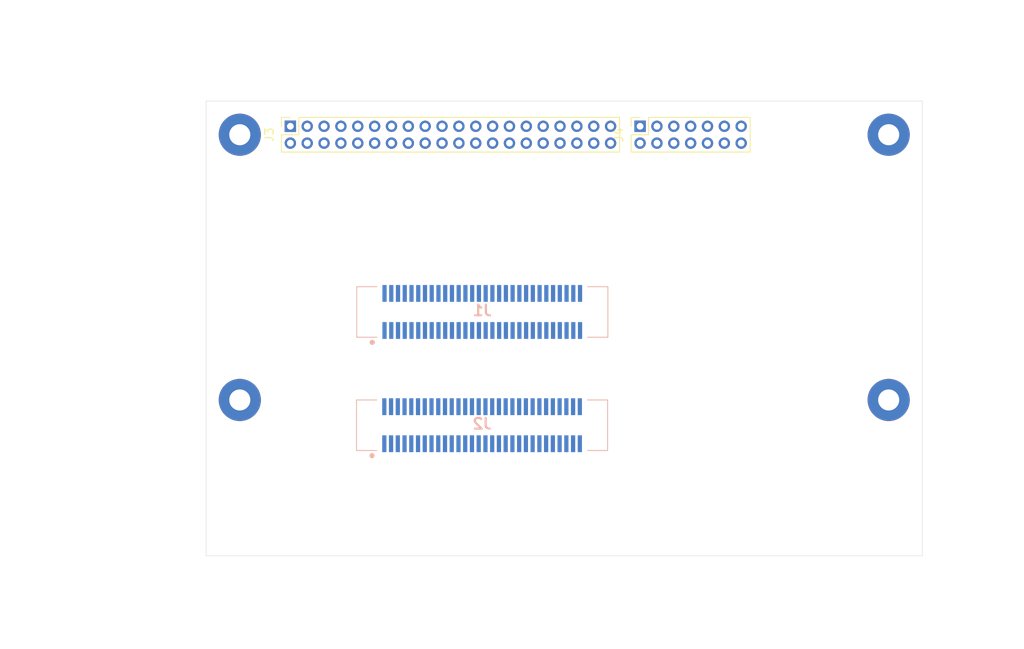
<source format=kicad_pcb>
(kicad_pcb (version 20171130) (host pcbnew 5.1.5+dfsg1-2build2)

  (general
    (thickness 1.6)
    (drawings 29)
    (tracks 0)
    (zones 0)
    (modules 8)
    (nets 140)
  )

  (page A4)
  (layers
    (0 F.Cu signal)
    (31 B.Cu signal)
    (32 B.Adhes user)
    (33 F.Adhes user)
    (34 B.Paste user)
    (35 F.Paste user)
    (36 B.SilkS user)
    (37 F.SilkS user)
    (38 B.Mask user)
    (39 F.Mask user)
    (40 Dwgs.User user)
    (41 Cmts.User user)
    (42 Eco1.User user)
    (43 Eco2.User user)
    (44 Edge.Cuts user)
    (45 Margin user)
    (46 B.CrtYd user)
    (47 F.CrtYd user)
    (48 B.Fab user)
    (49 F.Fab user)
  )

  (setup
    (last_trace_width 0.25)
    (trace_clearance 0.2)
    (zone_clearance 0.508)
    (zone_45_only no)
    (trace_min 0.2)
    (via_size 0.8)
    (via_drill 0.4)
    (via_min_size 0.4)
    (via_min_drill 0.3)
    (uvia_size 0.3)
    (uvia_drill 0.1)
    (uvias_allowed no)
    (uvia_min_size 0.2)
    (uvia_min_drill 0.1)
    (edge_width 0.05)
    (segment_width 0.2)
    (pcb_text_width 0.3)
    (pcb_text_size 1.5 1.5)
    (mod_edge_width 0.12)
    (mod_text_size 1 1)
    (mod_text_width 0.15)
    (pad_size 1.524 1.524)
    (pad_drill 0.762)
    (pad_to_mask_clearance 0.051)
    (solder_mask_min_width 0.25)
    (aux_axis_origin 0 0)
    (visible_elements FFFFFF7F)
    (pcbplotparams
      (layerselection 0x010fc_ffffffff)
      (usegerberextensions false)
      (usegerberattributes false)
      (usegerberadvancedattributes false)
      (creategerberjobfile false)
      (excludeedgelayer true)
      (linewidth 0.100000)
      (plotframeref false)
      (viasonmask false)
      (mode 1)
      (useauxorigin false)
      (hpglpennumber 1)
      (hpglpenspeed 20)
      (hpglpendiameter 15.000000)
      (psnegative false)
      (psa4output false)
      (plotreference true)
      (plotvalue true)
      (plotinvisibletext false)
      (padsonsilk false)
      (subtractmaskfromsilk false)
      (outputformat 1)
      (mirror false)
      (drillshape 1)
      (scaleselection 1)
      (outputdirectory ""))
  )

  (net 0 "")
  (net 1 "Net-(H1-Pad1)")
  (net 2 "Net-(H2-Pad1)")
  (net 3 "Net-(H3-Pad1)")
  (net 4 "Net-(H4-Pad1)")
  (net 5 GND)
  (net 6 /SYS_DCIN)
  (net 7 +5V)
  (net 8 +1V8)
  (net 9 /GPIO-L)
  (net 10 /GPIO-K)
  (net 11 /GPIO-J)
  (net 12 /GPIO-I)
  (net 13 /GPIO-H)
  (net 14 /GPIO-G)
  (net 15 /GPIO-F)
  (net 16 /GPIO-E)
  (net 17 /GPIO-D)
  (net 18 /GPIO-C)
  (net 19 /GPIO-B)
  (net 20 /GPIO-A)
  (net 21 /PCM_DI)
  (net 22 /I2C1_SDA)
  (net 23 /PCM_DO)
  (net 24 /I2C1_SCL)
  (net 25 /PCM_CLK)
  (net 26 /I2C0_SDA)
  (net 27 /PCM_FS)
  (net 28 /I2C0_SCL)
  (net 29 /SPI0_DOUT)
  (net 30 /UART1_RXD)
  (net 31 /SPI0_CS)
  (net 32 /UART1_TXD)
  (net 33 /SPI0_DIN)
  (net 34 /UART0_RTS)
  (net 35 /SPI0_SCLK)
  (net 36 /UART0_RXD)
  (net 37 /RST_BTN_N)
  (net 38 /UART0_TXD)
  (net 39 /PWR_BTN_N)
  (net 40 /UART0_CTS)
  (net 41 /SYS_DCIN2)
  (net 42 /MIC_BIAS)
  (net 43 /MIC2_IN)
  (net 44 /MIC1_IN)
  (net 45 /HP_DET)
  (net 46 /HP_L)
  (net 47 /SPK_N)
  (net 48 /HP_P)
  (net 49 /SPK_P)
  (net 50 /HSIC_DATA)
  (net 51 /HSIC_STR)
  (net 52 /CSI1_C-)
  (net 53 /USB_D-)
  (net 54 /CSI1_C+)
  (net 55 /USB_D+)
  (net 56 /CSI1_D1-)
  (net 57 /DSI_D3-)
  (net 58 /CSI1_D1+)
  (net 59 /DSI_D3+)
  (net 60 /CSI1_D0-)
  (net 61 /DSI_D2-)
  (net 62 /CSI1_D0+)
  (net 63 /DSI_D2+)
  (net 64 /I2C3_SDA)
  (net 65 /DSI_D1-)
  (net 66 /I2C3_SCL)
  (net 67 /DSI_D1+)
  (net 68 /I2C2_SDA)
  (net 69 /I2C2_SCL)
  (net 70 /DSI_D0-)
  (net 71 /DSI_D0+)
  (net 72 /CSI0_D3-)
  (net 73 /CSI0_D3+)
  (net 74 /DSI_CLK-)
  (net 75 /DSI_CLK+)
  (net 76 /CSI0_D2-)
  (net 77 /CSI0_D2+)
  (net 78 "/CLK1_(CSI1_MCLK)")
  (net 79 "/CLK0_(CSI0_MCLK)")
  (net 80 /CSI0_D1-)
  (net 81 /CSI0_D1+)
  (net 82 "/SD_CMD_(SPI1_DIN)")
  (net 83 "/SD_SCLK_(SPI1_SCLK)")
  (net 84 /CSI0_D0-)
  (net 85 "/SD_DAT3_(SPI1_CS)")
  (net 86 /CSI0_D0+)
  (net 87 /SD_DAT2)
  (net 88 /SD_DAT1)
  (net 89 /CSI0_C-)
  (net 90 "/SD_DAT0_(SPI1_DOUT)")
  (net 91 /CSI0_C+)
  (net 92 /CSI2_D3-)
  (net 93 /USB0_SS_RX0_)
  (net 94 /CSI2_D3+)
  (net 95 /USB0_SS_RX0+)
  (net 96 /CSI2_D2-)
  (net 97 /USB0_SS_TX0_)
  (net 98 /CSI2_D2+)
  (net 99 /USB0_SS_TX0+)
  (net 100 /PCIE_WAKE_N)
  (net 101 /CSI2_D1-)
  (net 102 /PCIE_CLK_REQ)
  (net 103 /CSI2_D1+)
  (net 104 "/GPIO_Y(CSI3_RST)_(DSI_VSYNC)_(LVDS_BKLT_PWM)_(EDP_BKLT_PWM)")
  (net 105 "/GPIO_X(CSI3_PWDN)_(DSI2_BLCTL)_(LVDS_BKLT)_(EDP_BKLT)")
  (net 106 /CSI2_D0-)
  (net 107 "/GPIO_W(CSI2_PWDN)")
  (net 108 /CSI2_D0+)
  (net 109 "/GPIO_V(CSI2_RST)")
  (net 110 "/(SPI2_MISO)_(I2C5_SDA)")
  (net 111 /CSI2_C-)
  (net 112 "/(SPI2_MOSI)_(I2C5_SCL)")
  (net 113 /CSI2_C+)
  (net 114 "/(SPI2_CS)_(I2C4_SDA)_(TP_RST)")
  (net 115 "/(SPI2_CLK)_(I2C4_SCL(sensor))_(TP_INT)")
  (net 116 "/CLK3_(CSI3_MCLK)")
  (net 117 "/CLK2_(CSI2_MCLK)")
  (net 118 "/(CSI3_D3-)_(DSI2_D3-)_(LVDS_D3_N)_(EDP_TX3_N)")
  (net 119 "/(CSI3_D3+)_(DSI2_D3+)_(LVDS_D3_P)_(EDP_TX3_P)")
  (net 120 /PCIE0_TX1-)
  (net 121 /PCIE0_TX1+)
  (net 122 "/(CSI3_D2-)_(DSI2_D2-)_(LVDS_D2_N)_(EDP_TX2_N)")
  (net 123 /PCIE0_RX1-)
  (net 124 "/(CSI3_D2+)_(DSI2_D2+)_(LVDS_D2_P)_(EDP_TX2_P)")
  (net 125 /PCIE0_RX1+)
  (net 126 "/(CSI3_D1-)_(DSI2_D1-)_(LVDS_D1_N)_(EDP_TX1_N)")
  (net 127 /PCIE0_TX0-)
  (net 128 "/(CSI3_D1+)_(DSI2_D1+)_(LVDS_D1_P)_(EDP_TX1_P)")
  (net 129 /PCIE0_TX0+)
  (net 130 /PCIE0_RX0-)
  (net 131 "/(CSI3_D0-)_(DSI2_D0-)_(LVDS_D0_N)_(EDP_TX0_N)")
  (net 132 /PCIE0_RX0_+)
  (net 133 "/(CSI3_D0+)_(DSI2_D0+)_(LVDS_D0_P)_(EDP_TX0_P)")
  (net 134 /PCIE0_REFCLK-)
  (net 135 /PCIE0_REFCLK+)
  (net 136 "/(CSI3_C-)_(DSI2_C-)_(LVDS_CLK_N)_(EDP_AUX_N)")
  (net 137 /PCIE_RST_N)
  (net 138 "/(CSI3_C+)_(DSI2_C+)_(LVDS_CLK_P)_(EDP_AUX_P)")
  (net 139 "Net-(J2-Pad60)")

  (net_class Default "Dies ist die voreingestellte Netzklasse."
    (clearance 0.2)
    (trace_width 0.25)
    (via_dia 0.8)
    (via_drill 0.4)
    (uvia_dia 0.3)
    (uvia_drill 0.1)
    (add_net +1V8)
    (add_net +5V)
    (add_net "/(CSI3_C+)_(DSI2_C+)_(LVDS_CLK_P)_(EDP_AUX_P)")
    (add_net "/(CSI3_C-)_(DSI2_C-)_(LVDS_CLK_N)_(EDP_AUX_N)")
    (add_net "/(CSI3_D0+)_(DSI2_D0+)_(LVDS_D0_P)_(EDP_TX0_P)")
    (add_net "/(CSI3_D0-)_(DSI2_D0-)_(LVDS_D0_N)_(EDP_TX0_N)")
    (add_net "/(CSI3_D1+)_(DSI2_D1+)_(LVDS_D1_P)_(EDP_TX1_P)")
    (add_net "/(CSI3_D1-)_(DSI2_D1-)_(LVDS_D1_N)_(EDP_TX1_N)")
    (add_net "/(CSI3_D2+)_(DSI2_D2+)_(LVDS_D2_P)_(EDP_TX2_P)")
    (add_net "/(CSI3_D2-)_(DSI2_D2-)_(LVDS_D2_N)_(EDP_TX2_N)")
    (add_net "/(CSI3_D3+)_(DSI2_D3+)_(LVDS_D3_P)_(EDP_TX3_P)")
    (add_net "/(CSI3_D3-)_(DSI2_D3-)_(LVDS_D3_N)_(EDP_TX3_N)")
    (add_net "/(SPI2_CLK)_(I2C4_SCL(sensor))_(TP_INT)")
    (add_net "/(SPI2_CS)_(I2C4_SDA)_(TP_RST)")
    (add_net "/(SPI2_MISO)_(I2C5_SDA)")
    (add_net "/(SPI2_MOSI)_(I2C5_SCL)")
    (add_net "/CLK0_(CSI0_MCLK)")
    (add_net "/CLK1_(CSI1_MCLK)")
    (add_net "/CLK2_(CSI2_MCLK)")
    (add_net "/CLK3_(CSI3_MCLK)")
    (add_net /CSI0_C+)
    (add_net /CSI0_C-)
    (add_net /CSI0_D0+)
    (add_net /CSI0_D0-)
    (add_net /CSI0_D1+)
    (add_net /CSI0_D1-)
    (add_net /CSI0_D2+)
    (add_net /CSI0_D2-)
    (add_net /CSI0_D3+)
    (add_net /CSI0_D3-)
    (add_net /CSI1_C+)
    (add_net /CSI1_C-)
    (add_net /CSI1_D0+)
    (add_net /CSI1_D0-)
    (add_net /CSI1_D1+)
    (add_net /CSI1_D1-)
    (add_net /CSI2_C+)
    (add_net /CSI2_C-)
    (add_net /CSI2_D0+)
    (add_net /CSI2_D0-)
    (add_net /CSI2_D1+)
    (add_net /CSI2_D1-)
    (add_net /CSI2_D2+)
    (add_net /CSI2_D2-)
    (add_net /CSI2_D3+)
    (add_net /CSI2_D3-)
    (add_net /DSI_CLK+)
    (add_net /DSI_CLK-)
    (add_net /DSI_D0+)
    (add_net /DSI_D0-)
    (add_net /DSI_D1+)
    (add_net /DSI_D1-)
    (add_net /DSI_D2+)
    (add_net /DSI_D2-)
    (add_net /DSI_D3+)
    (add_net /DSI_D3-)
    (add_net /GPIO-A)
    (add_net /GPIO-B)
    (add_net /GPIO-C)
    (add_net /GPIO-D)
    (add_net /GPIO-E)
    (add_net /GPIO-F)
    (add_net /GPIO-G)
    (add_net /GPIO-H)
    (add_net /GPIO-I)
    (add_net /GPIO-J)
    (add_net /GPIO-K)
    (add_net /GPIO-L)
    (add_net "/GPIO_V(CSI2_RST)")
    (add_net "/GPIO_W(CSI2_PWDN)")
    (add_net "/GPIO_X(CSI3_PWDN)_(DSI2_BLCTL)_(LVDS_BKLT)_(EDP_BKLT)")
    (add_net "/GPIO_Y(CSI3_RST)_(DSI_VSYNC)_(LVDS_BKLT_PWM)_(EDP_BKLT_PWM)")
    (add_net /HP_DET)
    (add_net /HP_L)
    (add_net /HP_P)
    (add_net /HSIC_DATA)
    (add_net /HSIC_STR)
    (add_net /I2C0_SCL)
    (add_net /I2C0_SDA)
    (add_net /I2C1_SCL)
    (add_net /I2C1_SDA)
    (add_net /I2C2_SCL)
    (add_net /I2C2_SDA)
    (add_net /I2C3_SCL)
    (add_net /I2C3_SDA)
    (add_net /MIC1_IN)
    (add_net /MIC2_IN)
    (add_net /MIC_BIAS)
    (add_net /PCIE0_REFCLK+)
    (add_net /PCIE0_REFCLK-)
    (add_net /PCIE0_RX0-)
    (add_net /PCIE0_RX0_+)
    (add_net /PCIE0_RX1+)
    (add_net /PCIE0_RX1-)
    (add_net /PCIE0_TX0+)
    (add_net /PCIE0_TX0-)
    (add_net /PCIE0_TX1+)
    (add_net /PCIE0_TX1-)
    (add_net /PCIE_CLK_REQ)
    (add_net /PCIE_RST_N)
    (add_net /PCIE_WAKE_N)
    (add_net /PCM_CLK)
    (add_net /PCM_DI)
    (add_net /PCM_DO)
    (add_net /PCM_FS)
    (add_net /PWR_BTN_N)
    (add_net /RST_BTN_N)
    (add_net "/SD_CMD_(SPI1_DIN)")
    (add_net "/SD_DAT0_(SPI1_DOUT)")
    (add_net /SD_DAT1)
    (add_net /SD_DAT2)
    (add_net "/SD_DAT3_(SPI1_CS)")
    (add_net "/SD_SCLK_(SPI1_SCLK)")
    (add_net /SPI0_CS)
    (add_net /SPI0_DIN)
    (add_net /SPI0_DOUT)
    (add_net /SPI0_SCLK)
    (add_net /SPK_N)
    (add_net /SPK_P)
    (add_net /SYS_DCIN)
    (add_net /SYS_DCIN2)
    (add_net /UART0_CTS)
    (add_net /UART0_RTS)
    (add_net /UART0_RXD)
    (add_net /UART0_TXD)
    (add_net /UART1_RXD)
    (add_net /UART1_TXD)
    (add_net /USB0_SS_RX0+)
    (add_net /USB0_SS_RX0_)
    (add_net /USB0_SS_TX0+)
    (add_net /USB0_SS_TX0_)
    (add_net /USB_D+)
    (add_net /USB_D-)
    (add_net GND)
    (add_net "Net-(H1-Pad1)")
    (add_net "Net-(H2-Pad1)")
    (add_net "Net-(H3-Pad1)")
    (add_net "Net-(H4-Pad1)")
    (add_net "Net-(J2-Pad60)")
  )

  (module 96boards-mezzanine:51790302 locked (layer B.Cu) (tedit 606EED29) (tstamp 606F9451)
    (at 102.75 114.5)
    (descr 5179030-2-1)
    (tags Connector)
    (path /606EF3B5)
    (fp_text reference J2 (at 0 -0.175) (layer B.SilkS)
      (effects (font (size 1.27 1.27) (thickness 0.254)) (justify mirror))
    )
    (fp_text value Conn_02x30_Odd_Even (at 0 -0.175) (layer B.SilkS) hide
      (effects (font (size 1.27 1.27) (thickness 0.254)) (justify mirror))
    )
    (fp_arc (start -13.058 3.612) (end -13.108 3.612) (angle 180) (layer B.SilkS) (width 0.5))
    (fp_arc (start -13.058 3.612) (end -13.008 3.612) (angle 180) (layer B.SilkS) (width 0.5))
    (fp_line (start -13.108 3.612) (end -13.108 3.612) (layer B.SilkS) (width 0.5))
    (fp_line (start -13.008 3.612) (end -13.008 3.612) (layer B.SilkS) (width 0.5))
    (fp_line (start 14.9 -3) (end 12.5 -3) (layer B.SilkS) (width 0.1))
    (fp_line (start 14.9 3) (end 14.9 -3) (layer B.SilkS) (width 0.1))
    (fp_line (start 12.5 3) (end 14.9 3) (layer B.SilkS) (width 0.1))
    (fp_line (start -14.9 -3) (end -12.5 -3) (layer B.SilkS) (width 0.1))
    (fp_line (start -14.9 3) (end -14.9 -3) (layer B.SilkS) (width 0.1))
    (fp_line (start -12.5 3) (end -14.9 3) (layer B.SilkS) (width 0.1))
    (fp_line (start -15.9 -4.55) (end -15.9 4.2) (layer B.CrtYd) (width 0.1))
    (fp_line (start 15.9 -4.55) (end -15.9 -4.55) (layer B.CrtYd) (width 0.1))
    (fp_line (start 15.9 4.2) (end 15.9 -4.55) (layer B.CrtYd) (width 0.1))
    (fp_line (start -15.9 4.2) (end 15.9 4.2) (layer B.CrtYd) (width 0.1))
    (fp_line (start -14.9 -3) (end -14.9 3) (layer B.Fab) (width 0.2))
    (fp_line (start 14.9 -3) (end -14.9 -3) (layer B.Fab) (width 0.2))
    (fp_line (start 14.9 3) (end 14.9 -3) (layer B.Fab) (width 0.2))
    (fp_line (start -14.9 3) (end 14.9 3) (layer B.Fab) (width 0.2))
    (fp_text user %R (at 0 -0.175) (layer B.Fab)
      (effects (font (size 1.27 1.27) (thickness 0.254)) (justify mirror))
    )
    (pad MH2 np_thru_hole circle (at 14.1 0) (size 1.23 0) (drill 1.23) (layers *.Cu *.Mask))
    (pad MH1 np_thru_hole circle (at -14.1 0) (size 0.83 0) (drill 0.83) (layers *.Cu *.Mask))
    (pad 59 smd rect (at 11.6 2.2) (size 0.5 2) (layers B.Cu B.Paste B.Mask)
      (net 50 /HSIC_DATA))
    (pad 60 smd rect (at 11.6 -2.2) (size 0.5 2) (layers B.Cu B.Paste B.Mask)
      (net 139 "Net-(J2-Pad60)"))
    (pad 57 smd rect (at 10.8 2.2) (size 0.5 2) (layers B.Cu B.Paste B.Mask)
      (net 51 /HSIC_STR))
    (pad 58 smd rect (at 10.8 -2.2) (size 0.5 2) (layers B.Cu B.Paste B.Mask)
      (net 5 GND))
    (pad 55 smd rect (at 10 2.2) (size 0.5 2) (layers B.Cu B.Paste B.Mask)
      (net 5 GND))
    (pad 56 smd rect (at 10 -2.2) (size 0.5 2) (layers B.Cu B.Paste B.Mask)
      (net 52 /CSI1_C-))
    (pad 53 smd rect (at 9.2 2.2) (size 0.5 2) (layers B.Cu B.Paste B.Mask)
      (net 53 /USB_D-))
    (pad 54 smd rect (at 9.2 -2.2) (size 0.5 2) (layers B.Cu B.Paste B.Mask)
      (net 54 /CSI1_C+))
    (pad 51 smd rect (at 8.4 2.2) (size 0.5 2) (layers B.Cu B.Paste B.Mask)
      (net 55 /USB_D+))
    (pad 52 smd rect (at 8.4 -2.2) (size 0.5 2) (layers B.Cu B.Paste B.Mask)
      (net 5 GND))
    (pad 49 smd rect (at 7.6 2.2) (size 0.5 2) (layers B.Cu B.Paste B.Mask)
      (net 5 GND))
    (pad 50 smd rect (at 7.6 -2.2) (size 0.5 2) (layers B.Cu B.Paste B.Mask)
      (net 56 /CSI1_D1-))
    (pad 47 smd rect (at 6.8 2.2) (size 0.5 2) (layers B.Cu B.Paste B.Mask)
      (net 57 /DSI_D3-))
    (pad 48 smd rect (at 6.8 -2.2) (size 0.5 2) (layers B.Cu B.Paste B.Mask)
      (net 58 /CSI1_D1+))
    (pad 45 smd rect (at 6 2.2) (size 0.5 2) (layers B.Cu B.Paste B.Mask)
      (net 59 /DSI_D3+))
    (pad 46 smd rect (at 6 -2.2) (size 0.5 2) (layers B.Cu B.Paste B.Mask)
      (net 5 GND))
    (pad 43 smd rect (at 5.2 2.2) (size 0.5 2) (layers B.Cu B.Paste B.Mask)
      (net 5 GND))
    (pad 44 smd rect (at 5.2 -2.2) (size 0.5 2) (layers B.Cu B.Paste B.Mask)
      (net 60 /CSI1_D0-))
    (pad 41 smd rect (at 4.4 2.2) (size 0.5 2) (layers B.Cu B.Paste B.Mask)
      (net 61 /DSI_D2-))
    (pad 42 smd rect (at 4.4 -2.2) (size 0.5 2) (layers B.Cu B.Paste B.Mask)
      (net 62 /CSI1_D0+))
    (pad 39 smd rect (at 3.6 2.2) (size 0.5 2) (layers B.Cu B.Paste B.Mask)
      (net 63 /DSI_D2+))
    (pad 40 smd rect (at 3.6 -2.2) (size 0.5 2) (layers B.Cu B.Paste B.Mask)
      (net 5 GND))
    (pad 37 smd rect (at 2.8 2.2) (size 0.5 2) (layers B.Cu B.Paste B.Mask)
      (net 5 GND))
    (pad 38 smd rect (at 2.8 -2.2) (size 0.5 2) (layers B.Cu B.Paste B.Mask)
      (net 64 /I2C3_SDA))
    (pad 35 smd rect (at 2 2.2) (size 0.5 2) (layers B.Cu B.Paste B.Mask)
      (net 65 /DSI_D1-))
    (pad 36 smd rect (at 2 -2.2) (size 0.5 2) (layers B.Cu B.Paste B.Mask)
      (net 66 /I2C3_SCL))
    (pad 33 smd rect (at 1.2 2.2) (size 0.5 2) (layers B.Cu B.Paste B.Mask)
      (net 67 /DSI_D1+))
    (pad 34 smd rect (at 1.2 -2.2) (size 0.5 2) (layers B.Cu B.Paste B.Mask)
      (net 68 /I2C2_SDA))
    (pad 31 smd rect (at 0.4 2.2) (size 0.5 2) (layers B.Cu B.Paste B.Mask)
      (net 5 GND))
    (pad 32 smd rect (at 0.4 -2.2) (size 0.5 2) (layers B.Cu B.Paste B.Mask)
      (net 69 /I2C2_SCL))
    (pad 29 smd rect (at -0.4 2.2) (size 0.5 2) (layers B.Cu B.Paste B.Mask)
      (net 70 /DSI_D0-))
    (pad 30 smd rect (at -0.4 -2.2) (size 0.5 2) (layers B.Cu B.Paste B.Mask)
      (net 5 GND))
    (pad 27 smd rect (at -1.2 2.2) (size 0.5 2) (layers B.Cu B.Paste B.Mask)
      (net 71 /DSI_D0+))
    (pad 28 smd rect (at -1.2 -2.2) (size 0.5 2) (layers B.Cu B.Paste B.Mask)
      (net 72 /CSI0_D3-))
    (pad 25 smd rect (at -2 2.2) (size 0.5 2) (layers B.Cu B.Paste B.Mask)
      (net 5 GND))
    (pad 26 smd rect (at -2 -2.2) (size 0.5 2) (layers B.Cu B.Paste B.Mask)
      (net 73 /CSI0_D3+))
    (pad 23 smd rect (at -2.8 2.2) (size 0.5 2) (layers B.Cu B.Paste B.Mask)
      (net 74 /DSI_CLK-))
    (pad 24 smd rect (at -2.8 -2.2) (size 0.5 2) (layers B.Cu B.Paste B.Mask)
      (net 5 GND))
    (pad 21 smd rect (at -3.6 2.2) (size 0.5 2) (layers B.Cu B.Paste B.Mask)
      (net 75 /DSI_CLK+))
    (pad 22 smd rect (at -3.6 -2.2) (size 0.5 2) (layers B.Cu B.Paste B.Mask)
      (net 76 /CSI0_D2-))
    (pad 19 smd rect (at -4.4 2.2) (size 0.5 2) (layers B.Cu B.Paste B.Mask)
      (net 5 GND))
    (pad 20 smd rect (at -4.4 -2.2) (size 0.5 2) (layers B.Cu B.Paste B.Mask)
      (net 77 /CSI0_D2+))
    (pad 17 smd rect (at -5.2 2.2) (size 0.5 2) (layers B.Cu B.Paste B.Mask)
      (net 78 "/CLK1_(CSI1_MCLK)"))
    (pad 18 smd rect (at -5.2 -2.2) (size 0.5 2) (layers B.Cu B.Paste B.Mask)
      (net 5 GND))
    (pad 15 smd rect (at -6 2.2) (size 0.5 2) (layers B.Cu B.Paste B.Mask)
      (net 79 "/CLK0_(CSI0_MCLK)"))
    (pad 16 smd rect (at -6 -2.2) (size 0.5 2) (layers B.Cu B.Paste B.Mask)
      (net 80 /CSI0_D1-))
    (pad 13 smd rect (at -6.8 2.2) (size 0.5 2) (layers B.Cu B.Paste B.Mask)
      (net 5 GND))
    (pad 14 smd rect (at -6.8 -2.2) (size 0.5 2) (layers B.Cu B.Paste B.Mask)
      (net 81 /CSI0_D1+))
    (pad 11 smd rect (at -7.6 2.2) (size 0.5 2) (layers B.Cu B.Paste B.Mask)
      (net 82 "/SD_CMD_(SPI1_DIN)"))
    (pad 12 smd rect (at -7.6 -2.2) (size 0.5 2) (layers B.Cu B.Paste B.Mask)
      (net 5 GND))
    (pad 9 smd rect (at -8.4 2.2) (size 0.5 2) (layers B.Cu B.Paste B.Mask)
      (net 83 "/SD_SCLK_(SPI1_SCLK)"))
    (pad 10 smd rect (at -8.4 -2.2) (size 0.5 2) (layers B.Cu B.Paste B.Mask)
      (net 84 /CSI0_D0-))
    (pad 7 smd rect (at -9.2 2.2) (size 0.5 2) (layers B.Cu B.Paste B.Mask)
      (net 85 "/SD_DAT3_(SPI1_CS)"))
    (pad 8 smd rect (at -9.2 -2.2) (size 0.5 2) (layers B.Cu B.Paste B.Mask)
      (net 86 /CSI0_D0+))
    (pad 5 smd rect (at -10 2.2) (size 0.5 2) (layers B.Cu B.Paste B.Mask)
      (net 87 /SD_DAT2))
    (pad 6 smd rect (at -10 -2.2) (size 0.5 2) (layers B.Cu B.Paste B.Mask)
      (net 5 GND))
    (pad 3 smd rect (at -10.8 2.2) (size 0.5 2) (layers B.Cu B.Paste B.Mask)
      (net 88 /SD_DAT1))
    (pad 4 smd rect (at -10.8 -2.2) (size 0.5 2) (layers B.Cu B.Paste B.Mask)
      (net 89 /CSI0_C-))
    (pad 1 smd rect (at -11.6 2.2) (size 0.5 2) (layers B.Cu B.Paste B.Mask)
      (net 90 "/SD_DAT0_(SPI1_DOUT)"))
    (pad 2 smd rect (at -11.6 -2.2) (size 0.5 2) (layers B.Cu B.Paste B.Mask)
      (net 91 /CSI0_C+))
    (model ${KIPRJMOD}/96boards-mezzanine.pretty/5179030-2.stp
      (offset (xyz 0 0 6))
      (scale (xyz 1 1 1))
      (rotate (xyz 0 0 0))
    )
  )

  (module 96boards-mezzanine:51790302 locked (layer B.Cu) (tedit 606EED29) (tstamp 606F93FC)
    (at 102.775 101.05)
    (descr 5179030-2-1)
    (tags Connector)
    (path /606F30E2)
    (fp_text reference J1 (at 0 -0.175) (layer B.SilkS)
      (effects (font (size 1.27 1.27) (thickness 0.254)) (justify mirror))
    )
    (fp_text value Conn_02x30_Odd_Even (at 0 -0.175) (layer B.SilkS) hide
      (effects (font (size 1.27 1.27) (thickness 0.254)) (justify mirror))
    )
    (fp_arc (start -13.058 3.612) (end -13.108 3.612) (angle 180) (layer B.SilkS) (width 0.5))
    (fp_arc (start -13.058 3.612) (end -13.008 3.612) (angle 180) (layer B.SilkS) (width 0.5))
    (fp_line (start -13.108 3.612) (end -13.108 3.612) (layer B.SilkS) (width 0.5))
    (fp_line (start -13.008 3.612) (end -13.008 3.612) (layer B.SilkS) (width 0.5))
    (fp_line (start 14.9 -3) (end 12.5 -3) (layer B.SilkS) (width 0.1))
    (fp_line (start 14.9 3) (end 14.9 -3) (layer B.SilkS) (width 0.1))
    (fp_line (start 12.5 3) (end 14.9 3) (layer B.SilkS) (width 0.1))
    (fp_line (start -14.9 -3) (end -12.5 -3) (layer B.SilkS) (width 0.1))
    (fp_line (start -14.9 3) (end -14.9 -3) (layer B.SilkS) (width 0.1))
    (fp_line (start -12.5 3) (end -14.9 3) (layer B.SilkS) (width 0.1))
    (fp_line (start -15.9 -4.55) (end -15.9 4.2) (layer B.CrtYd) (width 0.1))
    (fp_line (start 15.9 -4.55) (end -15.9 -4.55) (layer B.CrtYd) (width 0.1))
    (fp_line (start 15.9 4.2) (end 15.9 -4.55) (layer B.CrtYd) (width 0.1))
    (fp_line (start -15.9 4.2) (end 15.9 4.2) (layer B.CrtYd) (width 0.1))
    (fp_line (start -14.9 -3) (end -14.9 3) (layer B.Fab) (width 0.2))
    (fp_line (start 14.9 -3) (end -14.9 -3) (layer B.Fab) (width 0.2))
    (fp_line (start 14.9 3) (end 14.9 -3) (layer B.Fab) (width 0.2))
    (fp_line (start -14.9 3) (end 14.9 3) (layer B.Fab) (width 0.2))
    (fp_text user %R (at 0 -0.175) (layer B.Fab)
      (effects (font (size 1.27 1.27) (thickness 0.254)) (justify mirror))
    )
    (pad MH2 np_thru_hole circle (at 14.1 0) (size 1.23 0) (drill 1.23) (layers *.Cu *.Mask))
    (pad MH1 np_thru_hole circle (at -14.1 0) (size 0.83 0) (drill 0.83) (layers *.Cu *.Mask))
    (pad 59 smd rect (at 11.6 2.2) (size 0.5 2) (layers B.Cu B.Paste B.Mask)
      (net 92 /CSI2_D3-))
    (pad 60 smd rect (at 11.6 -2.2) (size 0.5 2) (layers B.Cu B.Paste B.Mask)
      (net 93 /USB0_SS_RX0_))
    (pad 57 smd rect (at 10.8 2.2) (size 0.5 2) (layers B.Cu B.Paste B.Mask)
      (net 94 /CSI2_D3+))
    (pad 58 smd rect (at 10.8 -2.2) (size 0.5 2) (layers B.Cu B.Paste B.Mask)
      (net 95 /USB0_SS_RX0+))
    (pad 55 smd rect (at 10 2.2) (size 0.5 2) (layers B.Cu B.Paste B.Mask)
      (net 5 GND))
    (pad 56 smd rect (at 10 -2.2) (size 0.5 2) (layers B.Cu B.Paste B.Mask)
      (net 5 GND))
    (pad 53 smd rect (at 9.2 2.2) (size 0.5 2) (layers B.Cu B.Paste B.Mask)
      (net 96 /CSI2_D2-))
    (pad 54 smd rect (at 9.2 -2.2) (size 0.5 2) (layers B.Cu B.Paste B.Mask)
      (net 97 /USB0_SS_TX0_))
    (pad 51 smd rect (at 8.4 2.2) (size 0.5 2) (layers B.Cu B.Paste B.Mask)
      (net 98 /CSI2_D2+))
    (pad 52 smd rect (at 8.4 -2.2) (size 0.5 2) (layers B.Cu B.Paste B.Mask)
      (net 99 /USB0_SS_TX0+))
    (pad 49 smd rect (at 7.6 2.2) (size 0.5 2) (layers B.Cu B.Paste B.Mask)
      (net 5 GND))
    (pad 50 smd rect (at 7.6 -2.2) (size 0.5 2) (layers B.Cu B.Paste B.Mask)
      (net 100 /PCIE_WAKE_N))
    (pad 47 smd rect (at 6.8 2.2) (size 0.5 2) (layers B.Cu B.Paste B.Mask)
      (net 101 /CSI2_D1-))
    (pad 48 smd rect (at 6.8 -2.2) (size 0.5 2) (layers B.Cu B.Paste B.Mask)
      (net 102 /PCIE_CLK_REQ))
    (pad 45 smd rect (at 6 2.2) (size 0.5 2) (layers B.Cu B.Paste B.Mask)
      (net 103 /CSI2_D1+))
    (pad 46 smd rect (at 6 -2.2) (size 0.5 2) (layers B.Cu B.Paste B.Mask)
      (net 104 "/GPIO_Y(CSI3_RST)_(DSI_VSYNC)_(LVDS_BKLT_PWM)_(EDP_BKLT_PWM)"))
    (pad 43 smd rect (at 5.2 2.2) (size 0.5 2) (layers B.Cu B.Paste B.Mask)
      (net 5 GND))
    (pad 44 smd rect (at 5.2 -2.2) (size 0.5 2) (layers B.Cu B.Paste B.Mask)
      (net 105 "/GPIO_X(CSI3_PWDN)_(DSI2_BLCTL)_(LVDS_BKLT)_(EDP_BKLT)"))
    (pad 41 smd rect (at 4.4 2.2) (size 0.5 2) (layers B.Cu B.Paste B.Mask)
      (net 106 /CSI2_D0-))
    (pad 42 smd rect (at 4.4 -2.2) (size 0.5 2) (layers B.Cu B.Paste B.Mask)
      (net 107 "/GPIO_W(CSI2_PWDN)"))
    (pad 39 smd rect (at 3.6 2.2) (size 0.5 2) (layers B.Cu B.Paste B.Mask)
      (net 108 /CSI2_D0+))
    (pad 40 smd rect (at 3.6 -2.2) (size 0.5 2) (layers B.Cu B.Paste B.Mask)
      (net 109 "/GPIO_V(CSI2_RST)"))
    (pad 37 smd rect (at 2.8 2.2) (size 0.5 2) (layers B.Cu B.Paste B.Mask)
      (net 5 GND))
    (pad 38 smd rect (at 2.8 -2.2) (size 0.5 2) (layers B.Cu B.Paste B.Mask)
      (net 110 "/(SPI2_MISO)_(I2C5_SDA)"))
    (pad 35 smd rect (at 2 2.2) (size 0.5 2) (layers B.Cu B.Paste B.Mask)
      (net 111 /CSI2_C-))
    (pad 36 smd rect (at 2 -2.2) (size 0.5 2) (layers B.Cu B.Paste B.Mask)
      (net 112 "/(SPI2_MOSI)_(I2C5_SCL)"))
    (pad 33 smd rect (at 1.2 2.2) (size 0.5 2) (layers B.Cu B.Paste B.Mask)
      (net 113 /CSI2_C+))
    (pad 34 smd rect (at 1.2 -2.2) (size 0.5 2) (layers B.Cu B.Paste B.Mask)
      (net 114 "/(SPI2_CS)_(I2C4_SDA)_(TP_RST)"))
    (pad 31 smd rect (at 0.4 2.2) (size 0.5 2) (layers B.Cu B.Paste B.Mask)
      (net 5 GND))
    (pad 32 smd rect (at 0.4 -2.2) (size 0.5 2) (layers B.Cu B.Paste B.Mask)
      (net 115 "/(SPI2_CLK)_(I2C4_SCL(sensor))_(TP_INT)"))
    (pad 29 smd rect (at -0.4 2.2) (size 0.5 2) (layers B.Cu B.Paste B.Mask)
      (net 116 "/CLK3_(CSI3_MCLK)"))
    (pad 30 smd rect (at -0.4 -2.2) (size 0.5 2) (layers B.Cu B.Paste B.Mask)
      (net 5 GND))
    (pad 27 smd rect (at -1.2 2.2) (size 0.5 2) (layers B.Cu B.Paste B.Mask)
      (net 117 "/CLK2_(CSI2_MCLK)"))
    (pad 28 smd rect (at -1.2 -2.2) (size 0.5 2) (layers B.Cu B.Paste B.Mask)
      (net 118 "/(CSI3_D3-)_(DSI2_D3-)_(LVDS_D3_N)_(EDP_TX3_N)"))
    (pad 25 smd rect (at -2 2.2) (size 0.5 2) (layers B.Cu B.Paste B.Mask)
      (net 5 GND))
    (pad 26 smd rect (at -2 -2.2) (size 0.5 2) (layers B.Cu B.Paste B.Mask)
      (net 119 "/(CSI3_D3+)_(DSI2_D3+)_(LVDS_D3_P)_(EDP_TX3_P)"))
    (pad 23 smd rect (at -2.8 2.2) (size 0.5 2) (layers B.Cu B.Paste B.Mask)
      (net 120 /PCIE0_TX1-))
    (pad 24 smd rect (at -2.8 -2.2) (size 0.5 2) (layers B.Cu B.Paste B.Mask)
      (net 5 GND))
    (pad 21 smd rect (at -3.6 2.2) (size 0.5 2) (layers B.Cu B.Paste B.Mask)
      (net 121 /PCIE0_TX1+))
    (pad 22 smd rect (at -3.6 -2.2) (size 0.5 2) (layers B.Cu B.Paste B.Mask)
      (net 122 "/(CSI3_D2-)_(DSI2_D2-)_(LVDS_D2_N)_(EDP_TX2_N)"))
    (pad 19 smd rect (at -4.4 2.2) (size 0.5 2) (layers B.Cu B.Paste B.Mask)
      (net 123 /PCIE0_RX1-))
    (pad 20 smd rect (at -4.4 -2.2) (size 0.5 2) (layers B.Cu B.Paste B.Mask)
      (net 124 "/(CSI3_D2+)_(DSI2_D2+)_(LVDS_D2_P)_(EDP_TX2_P)"))
    (pad 17 smd rect (at -5.2 2.2) (size 0.5 2) (layers B.Cu B.Paste B.Mask)
      (net 125 /PCIE0_RX1+))
    (pad 18 smd rect (at -5.2 -2.2) (size 0.5 2) (layers B.Cu B.Paste B.Mask)
      (net 5 GND))
    (pad 15 smd rect (at -6 2.2) (size 0.5 2) (layers B.Cu B.Paste B.Mask)
      (net 5 GND))
    (pad 16 smd rect (at -6 -2.2) (size 0.5 2) (layers B.Cu B.Paste B.Mask)
      (net 126 "/(CSI3_D1-)_(DSI2_D1-)_(LVDS_D1_N)_(EDP_TX1_N)"))
    (pad 13 smd rect (at -6.8 2.2) (size 0.5 2) (layers B.Cu B.Paste B.Mask)
      (net 127 /PCIE0_TX0-))
    (pad 14 smd rect (at -6.8 -2.2) (size 0.5 2) (layers B.Cu B.Paste B.Mask)
      (net 128 "/(CSI3_D1+)_(DSI2_D1+)_(LVDS_D1_P)_(EDP_TX1_P)"))
    (pad 11 smd rect (at -7.6 2.2) (size 0.5 2) (layers B.Cu B.Paste B.Mask)
      (net 129 /PCIE0_TX0+))
    (pad 12 smd rect (at -7.6 -2.2) (size 0.5 2) (layers B.Cu B.Paste B.Mask)
      (net 5 GND))
    (pad 9 smd rect (at -8.4 2.2) (size 0.5 2) (layers B.Cu B.Paste B.Mask)
      (net 130 /PCIE0_RX0-))
    (pad 10 smd rect (at -8.4 -2.2) (size 0.5 2) (layers B.Cu B.Paste B.Mask)
      (net 131 "/(CSI3_D0-)_(DSI2_D0-)_(LVDS_D0_N)_(EDP_TX0_N)"))
    (pad 7 smd rect (at -9.2 2.2) (size 0.5 2) (layers B.Cu B.Paste B.Mask)
      (net 132 /PCIE0_RX0_+))
    (pad 8 smd rect (at -9.2 -2.2) (size 0.5 2) (layers B.Cu B.Paste B.Mask)
      (net 133 "/(CSI3_D0+)_(DSI2_D0+)_(LVDS_D0_P)_(EDP_TX0_P)"))
    (pad 5 smd rect (at -10 2.2) (size 0.5 2) (layers B.Cu B.Paste B.Mask)
      (net 134 /PCIE0_REFCLK-))
    (pad 6 smd rect (at -10 -2.2) (size 0.5 2) (layers B.Cu B.Paste B.Mask)
      (net 5 GND))
    (pad 3 smd rect (at -10.8 2.2) (size 0.5 2) (layers B.Cu B.Paste B.Mask)
      (net 135 /PCIE0_REFCLK+))
    (pad 4 smd rect (at -10.8 -2.2) (size 0.5 2) (layers B.Cu B.Paste B.Mask)
      (net 136 "/(CSI3_C-)_(DSI2_C-)_(LVDS_CLK_N)_(EDP_AUX_N)"))
    (pad 1 smd rect (at -11.6 2.2) (size 0.5 2) (layers B.Cu B.Paste B.Mask)
      (net 137 /PCIE_RST_N))
    (pad 2 smd rect (at -11.6 -2.2) (size 0.5 2) (layers B.Cu B.Paste B.Mask)
      (net 138 "/(CSI3_C+)_(DSI2_C+)_(LVDS_CLK_P)_(EDP_AUX_P)"))
    (model ${KIPRJMOD}/96boards-mezzanine.pretty/5179030-2.stp
      (offset (xyz 0 0 6))
      (scale (xyz 1 1 1))
      (rotate (xyz 0 0 0))
    )
  )

  (module Connector_PinSocket_2.00mm:PinSocket_2x07_P2.00mm_Vertical (layer F.Cu) (tedit 5A19A42F) (tstamp 606F59EC)
    (at 121.5 79 90)
    (descr "Through hole straight socket strip, 2x07, 2.00mm pitch, double cols (from Kicad 4.0.7), script generated")
    (tags "Through hole socket strip THT 2x07 2.00mm double row")
    (path /606ED6B7)
    (fp_text reference J4 (at -1 -2.5 90) (layer F.SilkS)
      (effects (font (size 1 1) (thickness 0.15)))
    )
    (fp_text value Conn_02x07_Odd_Even (at -1 14.5 90) (layer F.Fab)
      (effects (font (size 1 1) (thickness 0.15)))
    )
    (fp_text user %R (at -4 8) (layer F.Fab)
      (effects (font (size 1 1) (thickness 0.15)))
    )
    (fp_line (start -3.5 13.5) (end -3.5 -1.5) (layer F.CrtYd) (width 0.05))
    (fp_line (start 1.5 13.5) (end -3.5 13.5) (layer F.CrtYd) (width 0.05))
    (fp_line (start 1.5 -1.5) (end 1.5 13.5) (layer F.CrtYd) (width 0.05))
    (fp_line (start -3.5 -1.5) (end 1.5 -1.5) (layer F.CrtYd) (width 0.05))
    (fp_line (start 0 -1.06) (end 1.06 -1.06) (layer F.SilkS) (width 0.12))
    (fp_line (start 1.06 -1.06) (end 1.06 0) (layer F.SilkS) (width 0.12))
    (fp_line (start -1 -1.06) (end -1 1) (layer F.SilkS) (width 0.12))
    (fp_line (start -1 1) (end 1.06 1) (layer F.SilkS) (width 0.12))
    (fp_line (start 1.06 1) (end 1.06 13.06) (layer F.SilkS) (width 0.12))
    (fp_line (start -3.06 13.06) (end 1.06 13.06) (layer F.SilkS) (width 0.12))
    (fp_line (start -3.06 -1.06) (end -3.06 13.06) (layer F.SilkS) (width 0.12))
    (fp_line (start -3.06 -1.06) (end -1 -1.06) (layer F.SilkS) (width 0.12))
    (fp_line (start -3 13) (end -3 -1) (layer F.Fab) (width 0.1))
    (fp_line (start 1 13) (end -3 13) (layer F.Fab) (width 0.1))
    (fp_line (start 1 0) (end 1 13) (layer F.Fab) (width 0.1))
    (fp_line (start 0 -1) (end 1 0) (layer F.Fab) (width 0.1))
    (fp_line (start -3 -1) (end 0 -1) (layer F.Fab) (width 0.1))
    (pad 14 thru_hole oval (at -2 12 90) (size 1.35 1.35) (drill 0.8) (layers *.Cu *.Mask)
      (net 5 GND))
    (pad 13 thru_hole oval (at 0 12 90) (size 1.35 1.35) (drill 0.8) (layers *.Cu *.Mask)
      (net 5 GND))
    (pad 12 thru_hole oval (at -2 10 90) (size 1.35 1.35) (drill 0.8) (layers *.Cu *.Mask)
      (net 41 /SYS_DCIN2))
    (pad 11 thru_hole oval (at 0 10 90) (size 1.35 1.35) (drill 0.8) (layers *.Cu *.Mask)
      (net 42 /MIC_BIAS))
    (pad 10 thru_hole oval (at -2 8 90) (size 1.35 1.35) (drill 0.8) (layers *.Cu *.Mask)
      (net 41 /SYS_DCIN2))
    (pad 9 thru_hole oval (at 0 8 90) (size 1.35 1.35) (drill 0.8) (layers *.Cu *.Mask)
      (net 43 /MIC2_IN))
    (pad 8 thru_hole oval (at -2 6 90) (size 1.35 1.35) (drill 0.8) (layers *.Cu *.Mask)
      (net 7 +5V))
    (pad 7 thru_hole oval (at 0 6 90) (size 1.35 1.35) (drill 0.8) (layers *.Cu *.Mask)
      (net 44 /MIC1_IN))
    (pad 6 thru_hole oval (at -2 4 90) (size 1.35 1.35) (drill 0.8) (layers *.Cu *.Mask)
      (net 45 /HP_DET))
    (pad 5 thru_hole oval (at 0 4 90) (size 1.35 1.35) (drill 0.8) (layers *.Cu *.Mask)
      (net 5 GND))
    (pad 4 thru_hole oval (at -2 2 90) (size 1.35 1.35) (drill 0.8) (layers *.Cu *.Mask)
      (net 46 /HP_L))
    (pad 3 thru_hole oval (at 0 2 90) (size 1.35 1.35) (drill 0.8) (layers *.Cu *.Mask)
      (net 47 /SPK_N))
    (pad 2 thru_hole oval (at -2 0 90) (size 1.35 1.35) (drill 0.8) (layers *.Cu *.Mask)
      (net 48 /HP_P))
    (pad 1 thru_hole rect (at 0 0 90) (size 1.35 1.35) (drill 0.8) (layers *.Cu *.Mask)
      (net 49 /SPK_P))
    (model ${KISYS3DMOD}/Connector_PinHeader_2.00mm.3dshapes/PinHeader_2x07_P2.00mm_Vertical.step
      (offset (xyz 0 0 -2))
      (scale (xyz 1 1 1))
      (rotate (xyz 0 180 0))
    )
  )

  (module Connector_PinSocket_2.00mm:PinSocket_2x20_P2.00mm_Vertical (layer F.Cu) (tedit 5A19A430) (tstamp 606F59C8)
    (at 80 79 90)
    (descr "Through hole straight socket strip, 2x20, 2.00mm pitch, double cols (from Kicad 4.0.7), script generated")
    (tags "Through hole socket strip THT 2x20 2.00mm double row")
    (path /606EB704)
    (fp_text reference J3 (at -1 -2.5 90) (layer F.SilkS)
      (effects (font (size 1 1) (thickness 0.15)))
    )
    (fp_text value Conn_02x20_Odd_Even (at -1 40.5 90) (layer F.Fab)
      (effects (font (size 1 1) (thickness 0.15)))
    )
    (fp_text user %R (at -4 19) (layer F.Fab)
      (effects (font (size 1 1) (thickness 0.15)))
    )
    (fp_line (start -3.5 39.5) (end -3.5 -1.5) (layer F.CrtYd) (width 0.05))
    (fp_line (start 1.5 39.5) (end -3.5 39.5) (layer F.CrtYd) (width 0.05))
    (fp_line (start 1.5 -1.5) (end 1.5 39.5) (layer F.CrtYd) (width 0.05))
    (fp_line (start -3.5 -1.5) (end 1.5 -1.5) (layer F.CrtYd) (width 0.05))
    (fp_line (start 0 -1.06) (end 1.06 -1.06) (layer F.SilkS) (width 0.12))
    (fp_line (start 1.06 -1.06) (end 1.06 0) (layer F.SilkS) (width 0.12))
    (fp_line (start -1 -1.06) (end -1 1) (layer F.SilkS) (width 0.12))
    (fp_line (start -1 1) (end 1.06 1) (layer F.SilkS) (width 0.12))
    (fp_line (start 1.06 1) (end 1.06 39.06) (layer F.SilkS) (width 0.12))
    (fp_line (start -3.06 39.06) (end 1.06 39.06) (layer F.SilkS) (width 0.12))
    (fp_line (start -3.06 -1.06) (end -3.06 39.06) (layer F.SilkS) (width 0.12))
    (fp_line (start -3.06 -1.06) (end -1 -1.06) (layer F.SilkS) (width 0.12))
    (fp_line (start -3 39) (end -3 -1) (layer F.Fab) (width 0.1))
    (fp_line (start 1 39) (end -3 39) (layer F.Fab) (width 0.1))
    (fp_line (start 1 0) (end 1 39) (layer F.Fab) (width 0.1))
    (fp_line (start 0 -1) (end 1 0) (layer F.Fab) (width 0.1))
    (fp_line (start -3 -1) (end 0 -1) (layer F.Fab) (width 0.1))
    (pad 40 thru_hole oval (at -2 38 90) (size 1.35 1.35) (drill 0.8) (layers *.Cu *.Mask)
      (net 5 GND))
    (pad 39 thru_hole oval (at 0 38 90) (size 1.35 1.35) (drill 0.8) (layers *.Cu *.Mask)
      (net 5 GND))
    (pad 38 thru_hole oval (at -2 36 90) (size 1.35 1.35) (drill 0.8) (layers *.Cu *.Mask)
      (net 6 /SYS_DCIN))
    (pad 37 thru_hole oval (at 0 36 90) (size 1.35 1.35) (drill 0.8) (layers *.Cu *.Mask)
      (net 7 +5V))
    (pad 36 thru_hole oval (at -2 34 90) (size 1.35 1.35) (drill 0.8) (layers *.Cu *.Mask)
      (net 6 /SYS_DCIN))
    (pad 35 thru_hole oval (at 0 34 90) (size 1.35 1.35) (drill 0.8) (layers *.Cu *.Mask)
      (net 8 +1V8))
    (pad 34 thru_hole oval (at -2 32 90) (size 1.35 1.35) (drill 0.8) (layers *.Cu *.Mask)
      (net 9 /GPIO-L))
    (pad 33 thru_hole oval (at 0 32 90) (size 1.35 1.35) (drill 0.8) (layers *.Cu *.Mask)
      (net 10 /GPIO-K))
    (pad 32 thru_hole oval (at -2 30 90) (size 1.35 1.35) (drill 0.8) (layers *.Cu *.Mask)
      (net 11 /GPIO-J))
    (pad 31 thru_hole oval (at 0 30 90) (size 1.35 1.35) (drill 0.8) (layers *.Cu *.Mask)
      (net 12 /GPIO-I))
    (pad 30 thru_hole oval (at -2 28 90) (size 1.35 1.35) (drill 0.8) (layers *.Cu *.Mask)
      (net 13 /GPIO-H))
    (pad 29 thru_hole oval (at 0 28 90) (size 1.35 1.35) (drill 0.8) (layers *.Cu *.Mask)
      (net 14 /GPIO-G))
    (pad 28 thru_hole oval (at -2 26 90) (size 1.35 1.35) (drill 0.8) (layers *.Cu *.Mask)
      (net 15 /GPIO-F))
    (pad 27 thru_hole oval (at 0 26 90) (size 1.35 1.35) (drill 0.8) (layers *.Cu *.Mask)
      (net 16 /GPIO-E))
    (pad 26 thru_hole oval (at -2 24 90) (size 1.35 1.35) (drill 0.8) (layers *.Cu *.Mask)
      (net 17 /GPIO-D))
    (pad 25 thru_hole oval (at 0 24 90) (size 1.35 1.35) (drill 0.8) (layers *.Cu *.Mask)
      (net 18 /GPIO-C))
    (pad 24 thru_hole oval (at -2 22 90) (size 1.35 1.35) (drill 0.8) (layers *.Cu *.Mask)
      (net 19 /GPIO-B))
    (pad 23 thru_hole oval (at 0 22 90) (size 1.35 1.35) (drill 0.8) (layers *.Cu *.Mask)
      (net 20 /GPIO-A))
    (pad 22 thru_hole oval (at -2 20 90) (size 1.35 1.35) (drill 0.8) (layers *.Cu *.Mask)
      (net 21 /PCM_DI))
    (pad 21 thru_hole oval (at 0 20 90) (size 1.35 1.35) (drill 0.8) (layers *.Cu *.Mask)
      (net 22 /I2C1_SDA))
    (pad 20 thru_hole oval (at -2 18 90) (size 1.35 1.35) (drill 0.8) (layers *.Cu *.Mask)
      (net 23 /PCM_DO))
    (pad 19 thru_hole oval (at 0 18 90) (size 1.35 1.35) (drill 0.8) (layers *.Cu *.Mask)
      (net 24 /I2C1_SCL))
    (pad 18 thru_hole oval (at -2 16 90) (size 1.35 1.35) (drill 0.8) (layers *.Cu *.Mask)
      (net 25 /PCM_CLK))
    (pad 17 thru_hole oval (at 0 16 90) (size 1.35 1.35) (drill 0.8) (layers *.Cu *.Mask)
      (net 26 /I2C0_SDA))
    (pad 16 thru_hole oval (at -2 14 90) (size 1.35 1.35) (drill 0.8) (layers *.Cu *.Mask)
      (net 27 /PCM_FS))
    (pad 15 thru_hole oval (at 0 14 90) (size 1.35 1.35) (drill 0.8) (layers *.Cu *.Mask)
      (net 28 /I2C0_SCL))
    (pad 14 thru_hole oval (at -2 12 90) (size 1.35 1.35) (drill 0.8) (layers *.Cu *.Mask)
      (net 29 /SPI0_DOUT))
    (pad 13 thru_hole oval (at 0 12 90) (size 1.35 1.35) (drill 0.8) (layers *.Cu *.Mask)
      (net 30 /UART1_RXD))
    (pad 12 thru_hole oval (at -2 10 90) (size 1.35 1.35) (drill 0.8) (layers *.Cu *.Mask)
      (net 31 /SPI0_CS))
    (pad 11 thru_hole oval (at 0 10 90) (size 1.35 1.35) (drill 0.8) (layers *.Cu *.Mask)
      (net 32 /UART1_TXD))
    (pad 10 thru_hole oval (at -2 8 90) (size 1.35 1.35) (drill 0.8) (layers *.Cu *.Mask)
      (net 33 /SPI0_DIN))
    (pad 9 thru_hole oval (at 0 8 90) (size 1.35 1.35) (drill 0.8) (layers *.Cu *.Mask)
      (net 34 /UART0_RTS))
    (pad 8 thru_hole oval (at -2 6 90) (size 1.35 1.35) (drill 0.8) (layers *.Cu *.Mask)
      (net 35 /SPI0_SCLK))
    (pad 7 thru_hole oval (at 0 6 90) (size 1.35 1.35) (drill 0.8) (layers *.Cu *.Mask)
      (net 36 /UART0_RXD))
    (pad 6 thru_hole oval (at -2 4 90) (size 1.35 1.35) (drill 0.8) (layers *.Cu *.Mask)
      (net 37 /RST_BTN_N))
    (pad 5 thru_hole oval (at 0 4 90) (size 1.35 1.35) (drill 0.8) (layers *.Cu *.Mask)
      (net 38 /UART0_TXD))
    (pad 4 thru_hole oval (at -2 2 90) (size 1.35 1.35) (drill 0.8) (layers *.Cu *.Mask)
      (net 39 /PWR_BTN_N))
    (pad 3 thru_hole oval (at 0 2 90) (size 1.35 1.35) (drill 0.8) (layers *.Cu *.Mask)
      (net 40 /UART0_CTS))
    (pad 2 thru_hole oval (at -2 0 90) (size 1.35 1.35) (drill 0.8) (layers *.Cu *.Mask)
      (net 5 GND))
    (pad 1 thru_hole rect (at 0 0 90) (size 1.35 1.35) (drill 0.8) (layers *.Cu *.Mask)
      (net 5 GND))
    (model ${KISYS3DMOD}/Connector_PinHeader_2.00mm.3dshapes/PinHeader_2x20_P2.00mm_Vertical.step
      (offset (xyz 0 0 -2))
      (scale (xyz 1 1 1))
      (rotate (xyz 0 -180 0))
    )
  )

  (module MountingHole:MountingHole_2.5mm_Pad (layer F.Cu) (tedit 56D1B4CB) (tstamp 606EE743)
    (at 151 111.5)
    (descr "Mounting Hole 2.5mm")
    (tags "mounting hole 2.5mm")
    (path /6070CD48)
    (attr virtual)
    (fp_text reference H4 (at 0 -3.5) (layer F.SilkS) hide
      (effects (font (size 1 1) (thickness 0.15)))
    )
    (fp_text value MountingHole_Pad (at 0 3.5) (layer F.Fab)
      (effects (font (size 1 1) (thickness 0.15)))
    )
    (fp_circle (center 0 0) (end 2.75 0) (layer F.CrtYd) (width 0.05))
    (fp_circle (center 0 0) (end 2.5 0) (layer Cmts.User) (width 0.15))
    (fp_text user %R (at 0.3 0) (layer F.Fab)
      (effects (font (size 1 1) (thickness 0.15)))
    )
    (pad 1 thru_hole circle (at 0 0) (size 5 5) (drill 2.5) (layers *.Cu *.Mask)
      (net 4 "Net-(H4-Pad1)"))
  )

  (module MountingHole:MountingHole_2.5mm_Pad (layer F.Cu) (tedit 56D1B4CB) (tstamp 606EE73B)
    (at 151 80)
    (descr "Mounting Hole 2.5mm")
    (tags "mounting hole 2.5mm")
    (path /6070AFAA)
    (attr virtual)
    (fp_text reference H3 (at 0 -3.5) (layer F.SilkS) hide
      (effects (font (size 1 1) (thickness 0.15)))
    )
    (fp_text value MountingHole_Pad (at 0 3.5) (layer F.Fab)
      (effects (font (size 1 1) (thickness 0.15)))
    )
    (fp_circle (center 0 0) (end 2.75 0) (layer F.CrtYd) (width 0.05))
    (fp_circle (center 0 0) (end 2.5 0) (layer Cmts.User) (width 0.15))
    (fp_text user %R (at -0.6 0) (layer F.Fab)
      (effects (font (size 1 1) (thickness 0.15)))
    )
    (pad 1 thru_hole circle (at 0 0) (size 5 5) (drill 2.5) (layers *.Cu *.Mask)
      (net 3 "Net-(H3-Pad1)"))
  )

  (module MountingHole:MountingHole_2.5mm_Pad (layer F.Cu) (tedit 56D1B4CB) (tstamp 606EE733)
    (at 74 80)
    (descr "Mounting Hole 2.5mm")
    (tags "mounting hole 2.5mm")
    (path /6070C57E)
    (attr virtual)
    (fp_text reference H2 (at 0 -3.5) (layer F.SilkS) hide
      (effects (font (size 1 1) (thickness 0.15)))
    )
    (fp_text value MountingHole_Pad (at 0 3.5) (layer F.Fab)
      (effects (font (size 1 1) (thickness 0.15)))
    )
    (fp_circle (center 0 0) (end 2.75 0) (layer F.CrtYd) (width 0.05))
    (fp_circle (center 0 0) (end 2.5 0) (layer Cmts.User) (width 0.15))
    (fp_text user %R (at 0.3 0) (layer F.Fab)
      (effects (font (size 1 1) (thickness 0.15)))
    )
    (pad 1 thru_hole circle (at 0 0) (size 5 5) (drill 2.5) (layers *.Cu *.Mask)
      (net 2 "Net-(H2-Pad1)"))
  )

  (module MountingHole:MountingHole_2.5mm_Pad (layer F.Cu) (tedit 56D1B4CB) (tstamp 606EE72B)
    (at 74 111.5)
    (descr "Mounting Hole 2.5mm")
    (tags "mounting hole 2.5mm")
    (path /6070C888)
    (attr virtual)
    (fp_text reference H1 (at 0 -3.5) (layer F.SilkS) hide
      (effects (font (size 1 1) (thickness 0.15)))
    )
    (fp_text value MountingHole_Pad (at 0 3.5) (layer F.Fab)
      (effects (font (size 1 1) (thickness 0.15)))
    )
    (fp_circle (center 0 0) (end 2.75 0) (layer F.CrtYd) (width 0.05))
    (fp_circle (center 0 0) (end 2.5 0) (layer Cmts.User) (width 0.15))
    (fp_text user %R (at 0.3 0) (layer F.Fab)
      (effects (font (size 1 1) (thickness 0.15)))
    )
    (pad 1 thru_hole circle (at 0 0) (size 5 5) (drill 2.5) (layers *.Cu *.Mask)
      (net 1 "Net-(H1-Pad1)"))
  )

  (gr_line (start 70 101.06) (end 155.01 101.06) (layer Dwgs.User) (width 0.15))
  (dimension 0.94 (width 0.15) (layer Dwgs.User)
    (gr_text "0,940 mm" (at 49.21 101.53 90) (layer Dwgs.User)
      (effects (font (size 1 1) (thickness 0.15)))
    )
    (feature1 (pts (xy 70 101.06) (xy 49.923579 101.06)))
    (feature2 (pts (xy 70 102) (xy 49.923579 102)))
    (crossbar (pts (xy 50.51 102) (xy 50.51 101.06)))
    (arrow1a (pts (xy 50.51 101.06) (xy 51.096421 102.186504)))
    (arrow1b (pts (xy 50.51 101.06) (xy 49.923579 102.186504)))
    (arrow2a (pts (xy 50.51 102) (xy 51.096421 100.873496)))
    (arrow2b (pts (xy 50.51 102) (xy 49.923579 100.873496)))
  )
  (dimension 28 (width 0.15) (layer Dwgs.User)
    (gr_text "28,000 mm" (at 52.7 116 90) (layer Dwgs.User)
      (effects (font (size 1 1) (thickness 0.15)))
    )
    (feature1 (pts (xy 70 102) (xy 53.413579 102)))
    (feature2 (pts (xy 70 130) (xy 53.413579 130)))
    (crossbar (pts (xy 54 130) (xy 54 102)))
    (arrow1a (pts (xy 54 102) (xy 54.586421 103.126504)))
    (arrow1b (pts (xy 54 102) (xy 53.413579 103.126504)))
    (arrow2a (pts (xy 54 130) (xy 54.586421 128.873496)))
    (arrow2b (pts (xy 54 130) (xy 53.413579 128.873496)))
  )
  (gr_line (start 91.15 130.05) (end 91.15 89.95) (layer Dwgs.User) (width 0.15))
  (dimension 21.15 (width 0.15) (layer Dwgs.User)
    (gr_text "21,150 mm" (at 80.575 136.25) (layer Dwgs.User)
      (effects (font (size 1 1) (thickness 0.15)))
    )
    (feature1 (pts (xy 91.15 130.05) (xy 91.15 135.536421)))
    (feature2 (pts (xy 70 130.05) (xy 70 135.536421)))
    (crossbar (pts (xy 70 134.95) (xy 91.15 134.95)))
    (arrow1a (pts (xy 91.15 134.95) (xy 90.023496 135.536421)))
    (arrow1b (pts (xy 91.15 134.95) (xy 90.023496 134.363579)))
    (arrow2a (pts (xy 70 134.95) (xy 71.126504 135.536421)))
    (arrow2b (pts (xy 70 134.95) (xy 71.126504 134.363579)))
  )
  (gr_line (start 70 114.55) (end 151 114.55) (layer Dwgs.User) (width 0.15))
  (dimension 15.45 (width 0.15) (layer Dwgs.User)
    (gr_text "15,450 mm" (at 66.72 122.275 90) (layer Dwgs.User)
      (effects (font (size 1 1) (thickness 0.15)))
    )
    (feature1 (pts (xy 70 114.55) (xy 67.433579 114.55)))
    (feature2 (pts (xy 70 130) (xy 67.433579 130)))
    (crossbar (pts (xy 68.02 130) (xy 68.02 114.55)))
    (arrow1a (pts (xy 68.02 114.55) (xy 68.606421 115.676504)))
    (arrow1b (pts (xy 68.02 114.55) (xy 67.433579 115.676504)))
    (arrow2a (pts (xy 68.02 130) (xy 68.606421 128.873496)))
    (arrow2b (pts (xy 68.02 130) (xy 67.433579 128.873496)))
  )
  (dimension 51.5 (width 0.15) (layer Dwgs.User)
    (gr_text "51,500 mm" (at 95.75 64.7) (layer Dwgs.User)
      (effects (font (size 1 1) (thickness 0.15)))
    )
    (feature1 (pts (xy 121.5 76) (xy 121.5 65.413579)))
    (feature2 (pts (xy 70 76) (xy 70 65.413579)))
    (crossbar (pts (xy 70 66) (xy 121.5 66)))
    (arrow1a (pts (xy 121.5 66) (xy 120.373496 66.586421)))
    (arrow1b (pts (xy 121.5 66) (xy 120.373496 65.413579)))
    (arrow2a (pts (xy 70 66) (xy 71.126504 66.586421)))
    (arrow2b (pts (xy 70 66) (xy 71.126504 65.413579)))
  )
  (gr_line (start 80 83.5) (end 80 87.5) (layer Dwgs.User) (width 0.15))
  (gr_line (start 80 76) (end 80 83.5) (layer Dwgs.User) (width 0.15))
  (dimension 6 (width 0.15) (layer Dwgs.User)
    (gr_text "6,000 mm" (at 77 73.2) (layer Dwgs.User)
      (effects (font (size 1 1) (thickness 0.15)))
    )
    (feature1 (pts (xy 80 76) (xy 80 73.913579)))
    (feature2 (pts (xy 74 76) (xy 74 73.913579)))
    (crossbar (pts (xy 74 74.5) (xy 80 74.5)))
    (arrow1a (pts (xy 80 74.5) (xy 78.873496 75.086421)))
    (arrow1b (pts (xy 80 74.5) (xy 78.873496 73.913579)))
    (arrow2a (pts (xy 74 74.5) (xy 75.126504 75.086421)))
    (arrow2b (pts (xy 74 74.5) (xy 75.126504 73.913579)))
  )
  (gr_line (start 151 88) (end 151 141) (layer Dwgs.User) (width 0.15))
  (gr_line (start 74 87) (end 74 138) (layer Dwgs.User) (width 0.15))
  (gr_line (start 70 111.5) (end 165 111.5) (layer Dwgs.User) (width 0.15))
  (gr_line (start 74 76) (end 74 87) (layer Dwgs.User) (width 0.15))
  (gr_line (start 151 76) (end 151 88) (layer Dwgs.User) (width 0.15))
  (gr_line (start 70 80) (end 167 80) (layer Dwgs.User) (width 0.15))
  (dimension 18.5 (width 0.15) (layer Dwgs.User)
    (gr_text "18,500 mm" (at 61.7 120.75 90) (layer Dwgs.User)
      (effects (font (size 1 1) (thickness 0.15)))
    )
    (feature1 (pts (xy 70 111.5) (xy 62.413579 111.5)))
    (feature2 (pts (xy 70 130) (xy 62.413579 130)))
    (crossbar (pts (xy 63 130) (xy 63 111.5)))
    (arrow1a (pts (xy 63 111.5) (xy 63.586421 112.626504)))
    (arrow1b (pts (xy 63 111.5) (xy 62.413579 112.626504)))
    (arrow2a (pts (xy 63 130) (xy 63.586421 128.873496)))
    (arrow2b (pts (xy 63 130) (xy 62.413579 128.873496)))
  )
  (dimension 4 (width 0.15) (layer Dwgs.User)
    (gr_text "4,000 mm" (at 153 68.7) (layer Dwgs.User)
      (effects (font (size 1 1) (thickness 0.15)))
    )
    (feature1 (pts (xy 151 76) (xy 151 69.413579)))
    (feature2 (pts (xy 155 76) (xy 155 69.413579)))
    (crossbar (pts (xy 155 70) (xy 151 70)))
    (arrow1a (pts (xy 151 70) (xy 152.126504 69.413579)))
    (arrow1b (pts (xy 151 70) (xy 152.126504 70.586421)))
    (arrow2a (pts (xy 155 70) (xy 153.873496 69.413579)))
    (arrow2b (pts (xy 155 70) (xy 153.873496 70.586421)))
  )
  (dimension 4 (width 0.15) (layer Dwgs.User)
    (gr_text "4,000 mm" (at 61.7 78 270) (layer Dwgs.User)
      (effects (font (size 1 1) (thickness 0.15)))
    )
    (feature1 (pts (xy 70 80) (xy 62.413579 80)))
    (feature2 (pts (xy 70 76) (xy 62.413579 76)))
    (crossbar (pts (xy 63 76) (xy 63 80)))
    (arrow1a (pts (xy 63 80) (xy 62.413579 78.873496)))
    (arrow1b (pts (xy 63 80) (xy 63.586421 78.873496)))
    (arrow2a (pts (xy 63 76) (xy 62.413579 77.126504)))
    (arrow2b (pts (xy 63 76) (xy 63.586421 77.126504)))
  )
  (dimension 4 (width 0.15) (layer Dwgs.User)
    (gr_text "4,000 mm" (at 72 68.7) (layer Dwgs.User)
      (effects (font (size 1 1) (thickness 0.15)))
    )
    (feature1 (pts (xy 74 76) (xy 74 69.413579)))
    (feature2 (pts (xy 70 76) (xy 70 69.413579)))
    (crossbar (pts (xy 70 70) (xy 74 70)))
    (arrow1a (pts (xy 74 70) (xy 72.873496 70.586421)))
    (arrow1b (pts (xy 74 70) (xy 72.873496 69.413579)))
    (arrow2a (pts (xy 70 70) (xy 71.126504 70.586421)))
    (arrow2b (pts (xy 70 70) (xy 71.126504 69.413579)))
  )
  (gr_line (start 70 130) (end 70 76) (layer Edge.Cuts) (width 0.05) (tstamp 606EE9DC))
  (gr_line (start 155 130) (end 70 130) (layer Edge.Cuts) (width 0.05))
  (gr_line (start 155 76) (end 155 130) (layer Edge.Cuts) (width 0.05))
  (gr_line (start 70 76) (end 155 76) (layer Edge.Cuts) (width 0.05))
  (dimension 54 (width 0.15) (layer Dwgs.User)
    (gr_text "54,000 mm" (at 63.7 103 270) (layer Dwgs.User)
      (effects (font (size 1 1) (thickness 0.15)))
    )
    (feature1 (pts (xy 70 130) (xy 64.413579 130)))
    (feature2 (pts (xy 70 76) (xy 64.413579 76)))
    (crossbar (pts (xy 65 76) (xy 65 130)))
    (arrow1a (pts (xy 65 130) (xy 64.413579 128.873496)))
    (arrow1b (pts (xy 65 130) (xy 65.586421 128.873496)))
    (arrow2a (pts (xy 65 76) (xy 64.413579 77.126504)))
    (arrow2b (pts (xy 65 76) (xy 65.586421 77.126504)))
  )
  (dimension 85 (width 0.15) (layer Dwgs.User) (tstamp 606EE9C4)
    (gr_text "85,000 mm" (at 112.5 70.7) (layer Dwgs.User) (tstamp 606EE9C4)
      (effects (font (size 1 1) (thickness 0.15)))
    )
    (feature1 (pts (xy 70 76) (xy 70 71.413579)))
    (feature2 (pts (xy 155 76) (xy 155 71.413579)))
    (crossbar (pts (xy 155 72) (xy 70 72)))
    (arrow1a (pts (xy 70 72) (xy 71.126504 71.413579)))
    (arrow1b (pts (xy 70 72) (xy 71.126504 72.586421)))
    (arrow2a (pts (xy 155 72) (xy 153.873496 71.413579)))
    (arrow2b (pts (xy 155 72) (xy 153.873496 72.586421)))
  )
  (dimension 54 (width 0.15) (layer Dwgs.User) (tstamp 606EE9D0)
    (gr_text "54,000 mm" (at 160.3 103 90) (layer Dwgs.User) (tstamp 606EE9D0)
      (effects (font (size 1 1) (thickness 0.15)))
    )
    (feature1 (pts (xy 155 76) (xy 159.586421 76)))
    (feature2 (pts (xy 155 130) (xy 159.586421 130)))
    (crossbar (pts (xy 159 130) (xy 159 76)))
    (arrow1a (pts (xy 159 76) (xy 159.586421 77.126504)))
    (arrow1b (pts (xy 159 76) (xy 158.413579 77.126504)))
    (arrow2a (pts (xy 159 130) (xy 159.586421 128.873496)))
    (arrow2b (pts (xy 159 130) (xy 158.413579 128.873496)))
  )
  (dimension 85 (width 0.15) (layer Dwgs.User) (tstamp 606EE9CA)
    (gr_text "85,000 mm" (at 112.5 134.3) (layer Dwgs.User) (tstamp 606EE9CA)
      (effects (font (size 1 1) (thickness 0.15)))
    )
    (feature1 (pts (xy 155 130) (xy 155 133.586421)))
    (feature2 (pts (xy 70 130) (xy 70 133.586421)))
    (crossbar (pts (xy 70 133) (xy 155 133)))
    (arrow1a (pts (xy 155 133) (xy 153.873496 133.586421)))
    (arrow1b (pts (xy 155 133) (xy 153.873496 132.413579)))
    (arrow2a (pts (xy 70 133) (xy 71.126504 133.586421)))
    (arrow2b (pts (xy 70 133) (xy 71.126504 132.413579)))
  )

)

</source>
